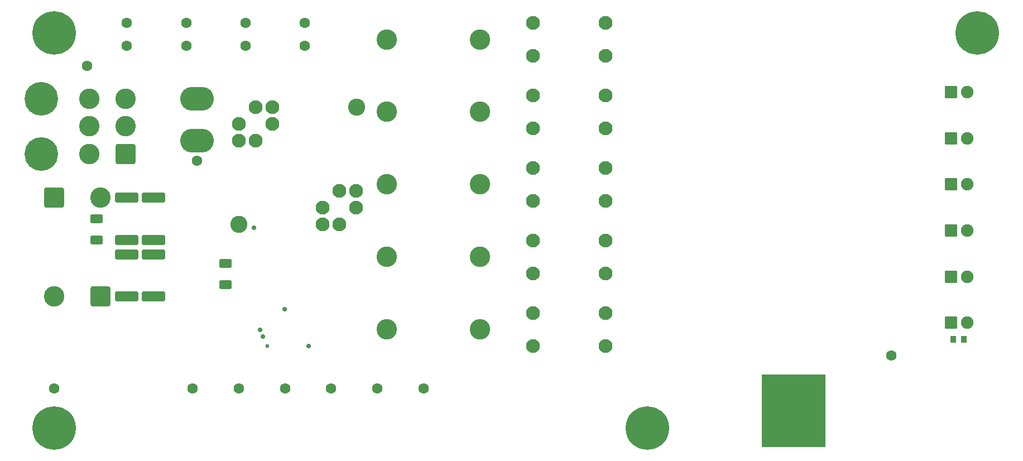
<source format=gbs>
G04*
G04 #@! TF.GenerationSoftware,Altium Limited,Altium Designer,23.4.1 (23)*
G04*
G04 Layer_Color=16711935*
%FSLAX44Y44*%
%MOMM*%
G71*
G04*
G04 #@! TF.SameCoordinates,B3D957BC-C44E-4C16-AE0C-B47DF7116FB0*
G04*
G04*
G04 #@! TF.FilePolarity,Negative*
G04*
G01*
G75*
G04:AMPARAMS|DCode=20|XSize=1.3mm|YSize=1.9mm|CornerRadius=0.2mm|HoleSize=0mm|Usage=FLASHONLY|Rotation=90.000|XOffset=0mm|YOffset=0mm|HoleType=Round|Shape=RoundedRectangle|*
%AMROUNDEDRECTD20*
21,1,1.3000,1.5000,0,0,90.0*
21,1,0.9000,1.9000,0,0,90.0*
1,1,0.4000,0.7500,0.4500*
1,1,0.4000,0.7500,-0.4500*
1,1,0.4000,-0.7500,-0.4500*
1,1,0.4000,-0.7500,0.4500*
%
%ADD20ROUNDEDRECTD20*%
G04:AMPARAMS|DCode=26|XSize=0.9mm|YSize=1.1mm|CornerRadius=0.15mm|HoleSize=0mm|Usage=FLASHONLY|Rotation=0.000|XOffset=0mm|YOffset=0mm|HoleType=Round|Shape=RoundedRectangle|*
%AMROUNDEDRECTD26*
21,1,0.9000,0.8000,0,0,0.0*
21,1,0.6000,1.1000,0,0,0.0*
1,1,0.3000,0.3000,-0.4000*
1,1,0.3000,-0.3000,-0.4000*
1,1,0.3000,-0.3000,0.4000*
1,1,0.3000,0.3000,0.4000*
%
%ADD26ROUNDEDRECTD26*%
G04:AMPARAMS|DCode=39|XSize=1.9mm|YSize=1.9mm|CornerRadius=0.275mm|HoleSize=0mm|Usage=FLASHONLY|Rotation=0.000|XOffset=0mm|YOffset=0mm|HoleType=Round|Shape=RoundedRectangle|*
%AMROUNDEDRECTD39*
21,1,1.9000,1.3500,0,0,0.0*
21,1,1.3500,1.9000,0,0,0.0*
1,1,0.5500,0.6750,-0.6750*
1,1,0.5500,-0.6750,-0.6750*
1,1,0.5500,-0.6750,0.6750*
1,1,0.5500,0.6750,0.6750*
%
%ADD39ROUNDEDRECTD39*%
%ADD40C,1.9000*%
%ADD41C,2.6000*%
%ADD42C,2.1000*%
%ADD43O,5.1000X3.6000*%
%ADD44C,1.6000*%
%ADD45C,3.1000*%
G04:AMPARAMS|DCode=46|XSize=3.1mm|YSize=3.1mm|CornerRadius=0.425mm|HoleSize=0mm|Usage=FLASHONLY|Rotation=180.000|XOffset=0mm|YOffset=0mm|HoleType=Round|Shape=RoundedRectangle|*
%AMROUNDEDRECTD46*
21,1,3.1000,2.2500,0,0,180.0*
21,1,2.2500,3.1000,0,0,180.0*
1,1,0.8500,-1.1250,1.1250*
1,1,0.8500,1.1250,1.1250*
1,1,0.8500,1.1250,-1.1250*
1,1,0.8500,-1.1250,-1.1250*
%
%ADD46ROUNDEDRECTD46*%
%ADD47C,5.1000*%
G04:AMPARAMS|DCode=48|XSize=3.1mm|YSize=3.1mm|CornerRadius=0.425mm|HoleSize=0mm|Usage=FLASHONLY|Rotation=90.000|XOffset=0mm|YOffset=0mm|HoleType=Round|Shape=RoundedRectangle|*
%AMROUNDEDRECTD48*
21,1,3.1000,2.2500,0,0,90.0*
21,1,2.2500,3.1000,0,0,90.0*
1,1,0.8500,1.1250,1.1250*
1,1,0.8500,1.1250,-1.1250*
1,1,0.8500,-1.1250,-1.1250*
1,1,0.8500,-1.1250,1.1250*
%
%ADD48ROUNDEDRECTD48*%
%ADD49C,6.6000*%
%ADD91C,0.6000*%
%ADD104C,0.7000*%
%ADD117R,9.7000X11.1000*%
G04:AMPARAMS|DCode=118|XSize=1.5mm|YSize=3.5mm|CornerRadius=0.225mm|HoleSize=0mm|Usage=FLASHONLY|Rotation=270.000|XOffset=0mm|YOffset=0mm|HoleType=Round|Shape=RoundedRectangle|*
%AMROUNDEDRECTD118*
21,1,1.5000,3.0500,0,0,270.0*
21,1,1.0500,3.5000,0,0,270.0*
1,1,0.4500,-1.5250,-0.5250*
1,1,0.4500,-1.5250,0.5250*
1,1,0.4500,1.5250,0.5250*
1,1,0.4500,1.5250,-0.5250*
%
%ADD118ROUNDEDRECTD118*%
D20*
X570000Y828000D02*
D03*
Y860000D02*
D03*
X374000Y928000D02*
D03*
Y896000D02*
D03*
D26*
X1690000Y745000D02*
D03*
X1674000D02*
D03*
D39*
X1670000Y1120000D02*
D03*
Y1050000D02*
D03*
Y980000D02*
D03*
Y910000D02*
D03*
Y840000D02*
D03*
Y770000D02*
D03*
D40*
X1695000Y1120000D02*
D03*
Y1050000D02*
D03*
Y980000D02*
D03*
Y910000D02*
D03*
Y840000D02*
D03*
Y770000D02*
D03*
D41*
X590012Y919282D02*
D03*
X768228Y1097498D02*
D03*
D42*
X640302Y1071902D02*
D03*
Y1097302D02*
D03*
X614902D02*
D03*
Y1046502D02*
D03*
X589502Y1071902D02*
D03*
Y1046502D02*
D03*
X741902Y919502D02*
D03*
X716502D02*
D03*
Y944902D02*
D03*
X741902Y970302D02*
D03*
X767302Y944902D02*
D03*
X767400Y970400D02*
D03*
X1146002Y784996D02*
D03*
Y734996D02*
D03*
X1036002Y784996D02*
D03*
Y734996D02*
D03*
X1146002Y894996D02*
D03*
Y844996D02*
D03*
X1036002Y894996D02*
D03*
Y844996D02*
D03*
X1146002Y1004996D02*
D03*
Y954996D02*
D03*
X1036002Y1004996D02*
D03*
Y954996D02*
D03*
X1146002Y1114996D02*
D03*
Y1064996D02*
D03*
X1036002Y1114996D02*
D03*
Y1064996D02*
D03*
X1146002Y1224996D02*
D03*
Y1174996D02*
D03*
X1036002Y1224996D02*
D03*
Y1174996D02*
D03*
D43*
X526000Y1110000D02*
D03*
Y1046500D02*
D03*
D44*
X690000Y1225000D02*
D03*
Y1190000D02*
D03*
X600000Y1225000D02*
D03*
Y1190000D02*
D03*
X510000Y1225000D02*
D03*
Y1190000D02*
D03*
X420000Y1225000D02*
D03*
Y1190000D02*
D03*
X870000Y670000D02*
D03*
X800000D02*
D03*
X660000D02*
D03*
X590000D02*
D03*
X520000D02*
D03*
X526000Y1016000D02*
D03*
X360000Y1160000D02*
D03*
X730000Y670000D02*
D03*
X310000D02*
D03*
X1580000Y720000D02*
D03*
D45*
X363000Y1110000D02*
D03*
Y1026000D02*
D03*
Y1068000D02*
D03*
X418000Y1110000D02*
D03*
Y1068000D02*
D03*
X380000Y960000D02*
D03*
X310000Y809999D02*
D03*
X814600Y1200000D02*
D03*
X956000D02*
D03*
X814600Y1090000D02*
D03*
X956000D02*
D03*
X814600Y980000D02*
D03*
X956000D02*
D03*
X814600Y870000D02*
D03*
X956000D02*
D03*
X814600Y760000D02*
D03*
X956000D02*
D03*
D46*
X418000Y1026000D02*
D03*
D47*
X290000D02*
D03*
Y1110000D02*
D03*
D48*
X380000Y809999D02*
D03*
X310000Y960000D02*
D03*
D49*
X1710000Y1210000D02*
D03*
X310000D02*
D03*
Y610000D02*
D03*
X1210000D02*
D03*
D91*
X633000Y735000D02*
D03*
D104*
X626000Y749000D02*
D03*
X622000Y759000D02*
D03*
X659000Y791000D02*
D03*
X696000Y735000D02*
D03*
X613000Y914000D02*
D03*
D117*
X1431500Y636500D02*
D03*
D118*
X420000Y874000D02*
D03*
Y810000D02*
D03*
X460000Y874000D02*
D03*
Y810000D02*
D03*
Y960000D02*
D03*
Y896000D02*
D03*
X420000Y960000D02*
D03*
Y896000D02*
D03*
M02*

</source>
